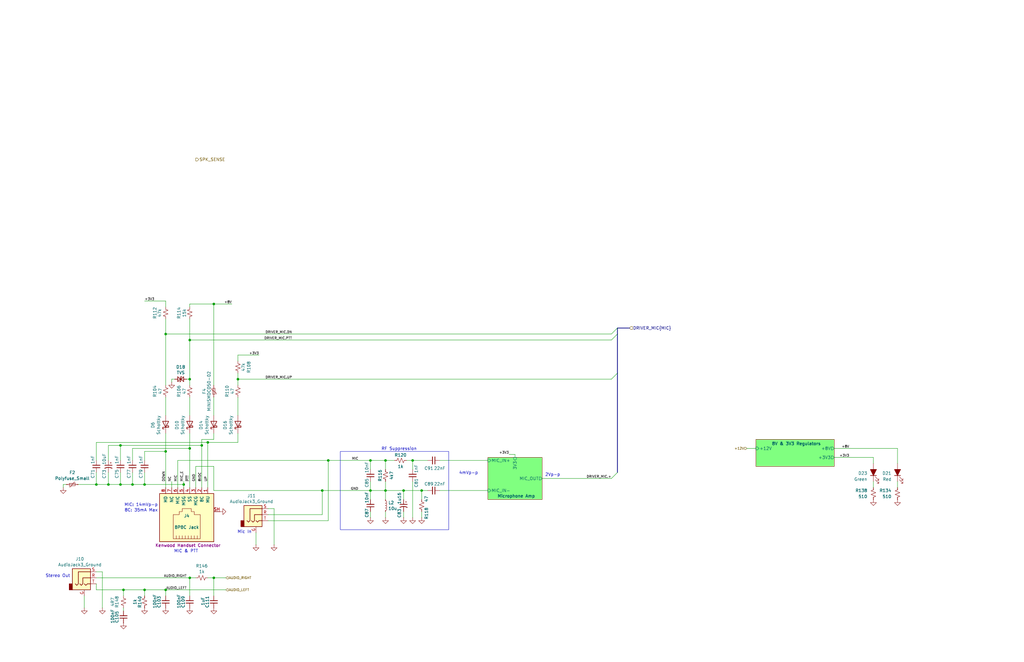
<source format=kicad_sch>
(kicad_sch (version 20250114) (generator "eeschema") (generator_version "9.0")
  (paper "B")
  (lib_symbols
    (symbol "Connector:8P8C_Shielded" (pin_names (offset 1.016))
      (property "Reference" "J1" (at 0 19.05 0))
      (property "Value" "8P8C Jack" (at 0 16.6257 0))
      (property "Name" "Kenwood Handset Connector" (at 0.254 14.6515 0))
      (symbol "8P8C_Shielded_0_1"
        (rectangle (start -12.7 12.7) (end 7.62 -10.16) (stroke (width 0.254)) (fill (type background)))
        (polyline (pts (xy -11.43 1.905) (xy -10.16 1.905) (xy -10.16 1.905)))
        (polyline (pts (xy -11.43 0.635) (xy -10.16 0.635) (xy -10.16 0.635)))
        (polyline (pts (xy -11.43 -0.635) (xy -10.16 -0.635) (xy -10.16 -0.635)))
        (polyline (pts (xy -11.43 -1.905) (xy -10.16 -1.905) (xy -10.16 -1.905)))
        (polyline (pts (xy -11.43 -3.175) (xy -10.16 -3.175) (xy -10.16 -3.175)))
        (polyline (pts (xy -11.43 -4.445) (xy -11.43 6.985) (xy -1.27 6.985) (xy -1.27 4.445) (xy 0 4.445) (xy 0 3.175) (xy 1.27 3.175) (xy 1.27 -0.635) (xy 0 -0.635) (xy 0 -1.905) (xy -1.27 -1.905) (xy -1.27 -4.445) (xy -11.43 -4.445) (xy -11.43 -4.445)))
        (polyline (pts (xy -10.16 5.715) (xy -11.43 5.715)))
        (polyline (pts (xy -10.16 4.445) (xy -11.43 4.445)))
        (polyline (pts (xy -10.16 3.175) (xy -11.43 3.175) (xy -11.43 3.175)))
      )
      (symbol "8P8C_Shielded_1_1"
        (pin passive line (at 0 -12.7 90) (length 2.54) (name "~") (number "SH"))
        (pin passive line (at 10.16 10.16 180) (length 2.54) (name "MD") (number "8"))
        (pin passive line (at 10.16 7.62 180) (length 2.54) (name "NC") (number "7"))
        (pin passive line (at 10.16 5.08 180) (length 2.54) (name "MIC") (number "6"))
        (pin passive line (at 10.16 2.54 180) (length 2.54) (name "MSG") (number "5"))
        (pin passive line (at 10.16 0 180) (length 2.54) (name "SS") (number "4"))
        (pin passive line (at 10.16 -2.54 180) (length 2.54) (name "MCG") (number "3"))
        (pin passive line (at 10.16 -5.08 180) (length 2.54) (name "8C") (number "2"))
        (pin passive line (at 10.16 -7.62 180) (length 2.54) (name "MU") (number "1"))
      )
    )
    (symbol "Connector_Audio:AudioJack3_Ground"
      (property "Reference" "J" (at 0 8.89 0))
      (property "Value" "AudioJack3_Ground" (at 0 6.35 0))
      (symbol "AudioJack3_Ground_0_1"
        (rectangle (start -5.08 -2.54) (end -6.35 -5.08) (stroke (width 0.254)) (fill (type outline)))
        (polyline (pts (xy -1.905 -2.54) (xy -1.27 -3.175) (xy -0.635 -2.54) (xy -0.635 0) (xy 2.54 0)) (stroke (width 0.254)))
        (polyline (pts (xy 0 -2.54) (xy 0.635 -3.175) (xy 1.27 -2.54) (xy 2.54 -2.54)) (stroke (width 0.254)))
        (rectangle (start 2.54 3.81) (end -5.08 -5.08) (stroke (width 0.254)) (fill (type background)))
        (polyline (pts (xy 2.54 2.54) (xy -2.54 2.54) (xy -2.54 -2.54) (xy -3.175 -3.175) (xy -3.81 -2.54)) (stroke (width 0.254)))
      )
      (symbol "AudioJack3_Ground_1_1"
        (pin passive line (at 0 -7.62 90) (length 2.54) (name "~") (number "G"))
        (pin passive line (at 5.08 2.54 180) (length 2.54) (name "~") (number "S"))
        (pin passive line (at 5.08 0 180) (length 2.54) (name "~") (number "R"))
        (pin passive line (at 5.08 -2.54 180) (length 2.54) (name "~") (number "T"))
      )
    )
    (symbol "Device:C_Polarized_Small_US" (pin_numbers (hide yes)) (pin_names (offset 0.254) (hide yes))
      (property "Reference" "C" (at 0.254 1.778 0))
      (property "Value" "C_Polarized_Small_US" (at 0.254 -2.032 0))
      (symbol "C_Polarized_Small_US_0_1"
        (polyline (pts (xy -1.524 0.508) (xy 1.524 0.508)) (stroke (width 0.3048)))
        (polyline (pts (xy -1.27 1.524) (xy -0.762 1.524)))
        (polyline (pts (xy -1.016 1.27) (xy -1.016 1.778)))
        (arc (start -1.524 -0.762) (mid 0 -0.3734) (end 1.524 -0.762) (stroke (width 0.3048)))
      )
      (symbol "C_Polarized_Small_US_1_1"
        (pin passive line (at 0 2.54 270) (length 2.032) (name "~") (number "1"))
        (pin passive line (at 0 -2.54 90) (length 2.032) (name "~") (number "2"))
      )
    )
    (symbol "Device:C_Small" (pin_numbers (hide yes)) (pin_names (offset 0.254) (hide yes))
      (property "Reference" "C" (at 0.254 1.778 0))
      (property "Value" "C_Small" (at 0.254 -2.032 0))
      (symbol "C_Small_0_1"
        (polyline (pts (xy -1.524 0.508) (xy 1.524 0.508)) (stroke (width 0.3048)))
        (polyline (pts (xy -1.524 -0.508) (xy 1.524 -0.508)) (stroke (width 0.3302)))
      )
      (symbol "C_Small_1_1"
        (pin passive line (at 0 2.54 270) (length 2.032) (name "~") (number "1"))
        (pin passive line (at 0 -2.54 90) (length 2.032) (name "~") (number "2"))
      )
    )
    (symbol "Device:D_Schottky" (pin_numbers (hide yes)) (pin_names (offset 1.016) (hide yes))
      (property "Reference" "D" (at 0 2.54 0))
      (property "Value" "D_Schottky" (at 0 -2.54 0))
      (symbol "D_Schottky_0_1"
        (polyline (pts (xy -1.905 0.635) (xy -1.905 1.27) (xy -1.27 1.27) (xy -1.27 -1.27) (xy -0.635 -1.27) (xy -0.635 -0.635)) (stroke (width 0.254)))
        (polyline (pts (xy 1.27 1.27) (xy 1.27 -1.27) (xy -1.27 0) (xy 1.27 1.27)) (stroke (width 0.254)))
        (polyline (pts (xy 1.27 0) (xy -1.27 0)))
      )
      (symbol "D_Schottky_1_1"
        (pin passive line (at -3.81 0 0) (length 2.54) (name "K") (number "1"))
        (pin passive line (at 3.81 0 180) (length 2.54) (name "A") (number "2"))
      )
    )
    (symbol "Device:D_TVS_Small" (pin_numbers (hide yes)) (pin_names (offset 1.016) (hide yes))
      (property "Reference" "D" (at 0 2.54 0))
      (property "Value" "D_TVS_Small" (at 0 -2.54 0))
      (symbol "D_TVS_Small_0_1"
        (polyline (pts (xy -1.27 1.016) (xy -1.27 -1.016) (xy 1.27 1.016) (xy 1.27 -1.016) (xy -1.27 1.016)) (stroke (width 0.254)))
        (polyline (pts (xy -1.27 0) (xy 1.27 0)))
        (polyline (pts (xy 0.508 1.016) (xy 0 1.016) (xy 0 -1.016) (xy -0.508 -1.016)) (stroke (width 0.254)))
      )
      (symbol "D_TVS_Small_1_1"
        (pin passive line (at -2.54 0 0) (length 1.27) (name "A1") (number "1"))
        (pin passive line (at 2.54 0 180) (length 1.27) (name "A2") (number "2"))
      )
    )
    (symbol "Device:LED_Filled" (pin_numbers (hide yes)) (pin_names (offset 1.016) (hide yes))
      (property "Reference" "D" (at 0 2.54 0))
      (property "Value" "LED_Filled" (at 0 -2.54 0))
      (symbol "LED_Filled_0_1"
        (polyline (pts (xy -3.048 -0.762) (xy -4.572 -2.286) (xy -3.81 -2.286) (xy -4.572 -2.286) (xy -4.572 -1.524)))
        (polyline (pts (xy -1.778 -0.762) (xy -3.302 -2.286) (xy -2.54 -2.286) (xy -3.302 -2.286) (xy -3.302 -1.524)))
        (polyline (pts (xy -1.27 0) (xy 1.27 0)))
        (polyline (pts (xy -1.27 -1.27) (xy -1.27 1.27)) (stroke (width 0.254)))
        (polyline (pts (xy 1.27 -1.27) (xy 1.27 1.27) (xy -1.27 0) (xy 1.27 -1.27)) (stroke (width 0.254)) (fill (type outline)))
      )
      (symbol "LED_Filled_1_1"
        (pin passive line (at -3.81 0 0) (length 2.54) (name "K") (number "1"))
        (pin passive line (at 3.81 0 180) (length 2.54) (name "A") (number "2"))
      )
    )
    (symbol "Device:L_Small" (pin_numbers (hide yes)) (pin_names (offset 0.254) (hide yes))
      (property "Reference" "L" (at 0.762 1.016 0))
      (property "Value" "L_Small" (at 0.762 -1.016 0))
      (symbol "L_Small_0_1"
        (arc (start 0 2.032) (mid 0.5058 1.524) (end 0 1.016))
        (arc (start 0 1.016) (mid 0.5058 0.508) (end 0 0))
        (arc (start 0 0) (mid 0.5058 -0.508) (end 0 -1.016))
        (arc (start 0 -1.016) (mid 0.5058 -1.524) (end 0 -2.032))
      )
      (symbol "L_Small_1_1"
        (pin passive line (at 0 2.54 270) (length 0.508) (name "~") (number "1"))
        (pin passive line (at 0 -2.54 90) (length 0.508) (name "~") (number "2"))
      )
    )
    (symbol "Device:Polyfuse_Small" (pin_numbers (hide yes)) (pin_names (offset 0))
      (property "Reference" "F" (at -1.905 0 90))
      (property "Value" "Polyfuse_Small" (at 1.905 0 90))
      (symbol "Polyfuse_Small_0_1"
        (polyline (pts (xy -1.016 1.27) (xy -1.016 0.762) (xy 1.016 -0.762) (xy 1.016 -1.27)))
        (rectangle (start -0.508 1.27) (end 0.508 -1.27))
        (polyline (pts (xy 0 2.54) (xy 0 -2.54)))
      )
      (symbol "Polyfuse_Small_1_1"
        (pin passive line (at 0 2.54 270) (length 0.635) (name "~") (number "1"))
        (pin passive line (at 0 -2.54 90) (length 0.635) (name "~") (number "2"))
      )
    )
    (symbol "Device:R_Small_US" (pin_numbers (hide yes)) (pin_names (offset 0.254) (hide yes))
      (property "Reference" "R" (at 0.762 0.508 0))
      (property "Value" "R_Small_US" (at 0.762 -1.016 0))
      (symbol "R_Small_US_1_1"
        (polyline (pts (xy 0 1.524) (xy 1.016 1.143) (xy 0 0.762) (xy -1.016 0.381) (xy 0 0)))
        (polyline (pts (xy 0 0) (xy 1.016 -0.381) (xy 0 -0.762) (xy -1.016 -1.143) (xy 0 -1.524)))
        (pin passive line (at 0 2.54 270) (length 1.016) (name "~") (number "1"))
        (pin passive line (at 0 -2.54 90) (length 1.016) (name "~") (number "2"))
      )
    )
    (symbol "power:GND" (power) (pin_numbers (hide yes)) (pin_names (offset 0) (hide yes))
      (property "Value" "GND" (at 0 -3.81 0))
      (symbol "GND_0_1"
        (polyline (pts (xy 0 0) (xy 0 -1.27) (xy 1.27 -1.27) (xy 0 -2.54) (xy -1.27 -1.27) (xy 0 -1.27)))
      )
      (symbol "GND_1_1"
        (pin power_in line (at 0 0 270) (length 0) (name "~") (number "1"))
      )
    )
  )
  (rectangle (start 143.51 190.5) (end 189.23 223.52))
  (text "Stereo Out" (at 24.384 243.078 0) (effects (font (size 1.27 1.27))))
  (text "4mVp-p" (at 193.548 200.406 0) (effects (font (size 1.27 1.27)) (justify left bottom)))
  (text "MIC: 14mVp-p" (at 66.548 213.868 0) (effects (font (size 1.27 1.27)) (justify right bottom)))
  (text "RF Suppression" (at 160.782 190.246 0) (effects (font (size 1.27 1.27)) (justify left bottom)))
  (text "MIC & PTT" (at 78.486 232.664 0) (effects (font (size 1.27 1.27))))
  (text "8C: 35mA Max" (at 66.548 216.154 0) (effects (font (size 1.27 1.27)) (justify right bottom)))
  (text "Mic In" (at 103.124 224.536 0) (effects (font (size 1.27 1.27))))
  (text "2Vp-p" (at 229.87 201.168 0) (effects (font (size 1.27 1.27)) (justify left bottom)))
  (junction (at 40.64 204.47))
  (junction (at 162.56 207.01))
  (junction (at 173.99 194.31))
  (junction (at 138.43 194.31))
  (junction (at 60.96 204.47))
  (junction (at 52.07 248.92))
  (junction (at 50.8 187.96))
  (junction (at 80.01 160.02))
  (junction (at 77.47 204.47))
  (junction (at 69.85 190.5))
  (junction (at 69.85 248.92))
  (junction (at 45.72 204.47))
  (junction (at 100.33 160.02))
  (junction (at 162.56 194.31))
  (junction (at 156.21 207.01))
  (junction (at 90.17 128.27))
  (junction (at 55.88 204.47))
  (junction (at 85.09 187.96))
  (junction (at 90.17 243.84))
  (junction (at 80.01 243.84))
  (junction (at 80.01 189.23))
  (junction (at 87.63 186.69))
  (junction (at 50.8 204.47))
  (junction (at 69.85 140.97))
  (junction (at 177.8 207.01))
  (junction (at 80.01 143.51))
  (junction (at 156.21 194.31))
  (junction (at 135.89 207.01))
  (junction (at 170.18 207.01))
  (junction (at 60.96 248.92))
  (bus_entry (at 260.35 140.97) (size -2.54 2.54))
  (bus_entry (at 260.35 138.43) (size -2.54 2.54))
  (bus_entry (at 260.35 199.39) (size -2.54 2.54))
  (bus_entry (at 260.35 157.48) (size -2.54 2.54))
  (wire (pts (xy 45.72 199.39) (xy 45.72 204.47)))
  (wire (pts (xy 52.07 257.81) (xy 52.07 256.54)))
  (wire (pts (xy 100.33 157.48) (xy 100.33 160.02)))
  (wire (pts (xy 100.33 186.69) (xy 100.33 182.88)))
  (wire (pts (xy 80.01 143.51) (xy 80.01 160.02)))
  (wire (pts (xy 100.33 160.02) (xy 257.81 160.02)))
  (wire (pts (xy 52.07 251.46) (xy 52.07 248.92)))
  (wire (pts (xy 113.03 214.63) (xy 115.57 214.63)))
  (wire (pts (xy 74.93 194.31) (xy 74.93 205.74)))
  (wire (pts (xy 52.07 248.92) (xy 60.96 248.92)))
  (bus (pts (xy 260.35 140.97) (xy 260.35 157.48)))
  (wire (pts (xy 351.79 193.04) (xy 368.3 193.04)))
  (wire (pts (xy 162.56 194.31) (xy 166.37 194.31)))
  (wire (pts (xy 60.96 204.47) (xy 77.47 204.47)))
  (wire (pts (xy 80.01 143.51) (xy 257.81 143.51)))
  (wire (pts (xy 55.88 204.47) (xy 50.8 204.47)))
  (wire (pts (xy 107.95 224.79) (xy 107.95 229.87)))
  (wire (pts (xy 177.8 207.01) (xy 180.34 207.01)))
  (wire (pts (xy 43.18 241.3) (xy 43.18 256.54)))
  (wire (pts (xy 60.96 204.47) (xy 55.88 204.47)))
  (wire (pts (xy 85.09 187.96) (xy 50.8 187.96)))
  (wire (pts (xy 72.39 160.02) (xy 73.66 160.02)))
  (wire (pts (xy 80.01 128.27) (xy 80.01 129.54)))
  (wire (pts (xy 80.01 134.62) (xy 80.01 143.51)))
  (wire (pts (xy 45.72 204.47) (xy 40.64 204.47)))
  (wire (pts (xy 60.96 190.5) (xy 69.85 190.5)))
  (wire (pts (xy 177.8 210.82) (xy 177.8 207.01)))
  (wire (pts (xy 77.47 205.74) (xy 77.47 204.47)))
  (wire (pts (xy 77.47 203.2) (xy 77.47 204.47)))
  (bus (pts (xy 260.35 138.43) (xy 265.43 138.43)))
  (wire (pts (xy 60.96 248.92) (xy 60.96 251.46)))
  (wire (pts (xy 177.8 215.9) (xy 177.8 218.44)))
  (wire (pts (xy 82.55 196.85) (xy 82.55 205.74)))
  (wire (pts (xy 170.18 207.01) (xy 177.8 207.01)))
  (wire (pts (xy 60.96 248.92) (xy 69.85 248.92)))
  (wire (pts (xy 60.96 199.39) (xy 60.96 204.47)))
  (wire (pts (xy 156.21 203.2) (xy 156.21 207.01)))
  (wire (pts (xy 100.33 149.86) (xy 100.33 152.4)))
  (wire (pts (xy 85.09 185.42) (xy 90.17 185.42)))
  (wire (pts (xy 162.56 207.01) (xy 170.18 207.01)))
  (wire (pts (xy 40.64 243.84) (xy 80.01 243.84)))
  (wire (pts (xy 78.74 160.02) (xy 80.01 160.02)))
  (wire (pts (xy 314.96 189.23) (xy 318.77 189.23)))
  (wire (pts (xy 55.88 199.39) (xy 55.88 204.47)))
  (wire (pts (xy 90.17 128.27) (xy 90.17 162.56)))
  (wire (pts (xy 135.89 217.17) (xy 135.89 207.01)))
  (wire (pts (xy 156.21 207.01) (xy 162.56 207.01)))
  (wire (pts (xy 40.64 246.38) (xy 40.64 248.92)))
  (wire (pts (xy 55.88 189.23) (xy 55.88 194.31)))
  (wire (pts (xy 80.01 251.46) (xy 80.01 243.84)))
  (wire (pts (xy 85.09 187.96) (xy 85.09 185.42)))
  (wire (pts (xy 170.18 207.01) (xy 170.18 210.82)))
  (wire (pts (xy 69.85 248.92) (xy 95.25 248.92)))
  (wire (pts (xy 69.85 182.88) (xy 69.85 190.5)))
  (wire (pts (xy 162.56 203.2) (xy 162.56 207.01)))
  (wire (pts (xy 69.85 140.97) (xy 257.81 140.97)))
  (wire (pts (xy 90.17 243.84) (xy 87.63 243.84)))
  (wire (pts (xy 87.63 186.69) (xy 40.64 186.69)))
  (wire (pts (xy 40.64 199.39) (xy 40.64 204.47)))
  (bus (pts (xy 260.35 138.43) (xy 260.35 140.97)))
  (wire (pts (xy 97.79 128.27) (xy 90.17 128.27)))
  (wire (pts (xy 113.03 217.17) (xy 135.89 217.17)))
  (wire (pts (xy 100.33 149.86) (xy 109.22 149.86)))
  (wire (pts (xy 100.33 167.64) (xy 100.33 175.26)))
  (wire (pts (xy 85.09 187.96) (xy 85.09 205.74)))
  (wire (pts (xy 69.85 190.5) (xy 69.85 205.74)))
  (wire (pts (xy 60.96 127) (xy 69.85 127)))
  (wire (pts (xy 162.56 198.12) (xy 162.56 194.31)))
  (wire (pts (xy 72.39 203.2) (xy 72.39 205.74)))
  (wire (pts (xy 100.33 160.02) (xy 100.33 162.56)))
  (wire (pts (xy 156.21 198.12) (xy 156.21 194.31)))
  (wire (pts (xy 50.8 187.96) (xy 50.8 194.31)))
  (wire (pts (xy 45.72 187.96) (xy 45.72 194.31)))
  (wire (pts (xy 69.85 140.97) (xy 69.85 162.56)))
  (wire (pts (xy 60.96 190.5) (xy 60.96 194.31)))
  (wire (pts (xy 35.56 251.46) (xy 35.56 256.54)))
  (wire (pts (xy 171.45 194.31) (xy 173.99 194.31)))
  (wire (pts (xy 69.85 248.92) (xy 69.85 251.46)))
  (wire (pts (xy 80.01 243.84) (xy 82.55 243.84)))
  (wire (pts (xy 115.57 214.63) (xy 115.57 229.87)))
  (wire (pts (xy 173.99 203.2) (xy 173.99 218.44)))
  (wire (pts (xy 156.21 207.01) (xy 156.21 210.82)))
  (wire (pts (xy 217.17 191.77) (xy 217.17 193.04)))
  (wire (pts (xy 378.46 203.2) (xy 378.46 205.74)))
  (wire (pts (xy 80.01 182.88) (xy 80.01 189.23)))
  (wire (pts (xy 90.17 243.84) (xy 95.25 243.84)))
  (wire (pts (xy 368.3 195.58) (xy 368.3 193.04)))
  (wire (pts (xy 40.64 186.69) (xy 40.64 194.31)))
  (wire (pts (xy 185.42 207.01) (xy 205.74 207.01)))
  (wire (pts (xy 173.99 194.31) (xy 173.99 198.12)))
  (wire (pts (xy 74.93 194.31) (xy 138.43 194.31)))
  (wire (pts (xy 351.79 189.23) (xy 378.46 189.23)))
  (wire (pts (xy 80.01 128.27) (xy 90.17 128.27)))
  (wire (pts (xy 50.8 187.96) (xy 45.72 187.96)))
  (wire (pts (xy 26.67 205.74) (xy 26.67 204.47)))
  (wire (pts (xy 80.01 160.02) (xy 80.01 162.56)))
  (wire (pts (xy 82.55 196.85) (xy 90.17 196.85)))
  (wire (pts (xy 162.56 215.9) (xy 162.56 218.44)))
  (wire (pts (xy 40.64 204.47) (xy 33.02 204.47)))
  (wire (pts (xy 50.8 199.39) (xy 50.8 204.47)))
  (wire (pts (xy 40.64 248.92) (xy 52.07 248.92)))
  (wire (pts (xy 90.17 167.64) (xy 90.17 175.26)))
  (wire (pts (xy 69.85 134.62) (xy 69.85 140.97)))
  (wire (pts (xy 80.01 167.64) (xy 80.01 175.26)))
  (wire (pts (xy 26.67 204.47) (xy 27.94 204.47)))
  (wire (pts (xy 368.3 203.2) (xy 368.3 205.74)))
  (wire (pts (xy 156.21 215.9) (xy 156.21 218.44)))
  (wire (pts (xy 40.64 241.3) (xy 43.18 241.3)))
  (wire (pts (xy 90.17 207.01) (xy 135.89 207.01)))
  (wire (pts (xy 162.56 207.01) (xy 162.56 210.82)))
  (wire (pts (xy 72.39 160.02) (xy 72.39 161.29)))
  (wire (pts (xy 87.63 186.69) (xy 100.33 186.69)))
  (wire (pts (xy 170.18 215.9) (xy 170.18 218.44)))
  (wire (pts (xy 69.85 167.64) (xy 69.85 175.26)))
  (wire (pts (xy 90.17 196.85) (xy 90.17 207.01)))
  (wire (pts (xy 162.56 194.31) (xy 156.21 194.31)))
  (wire (pts (xy 378.46 195.58) (xy 378.46 189.23)))
  (wire (pts (xy 50.8 204.47) (xy 45.72 204.47)))
  (wire (pts (xy 228.6 201.93) (xy 257.81 201.93)))
  (wire (pts (xy 87.63 186.69) (xy 87.63 205.74)))
  (wire (pts (xy 113.03 219.71) (xy 138.43 219.71)))
  (wire (pts (xy 138.43 194.31) (xy 156.21 194.31)))
  (bus (pts (xy 260.35 157.48) (xy 260.35 199.39)))
  (wire (pts (xy 80.01 189.23) (xy 80.01 205.74)))
  (wire (pts (xy 69.85 127) (xy 69.85 129.54)))
  (wire (pts (xy 138.43 219.71) (xy 138.43 194.31)))
  (wire (pts (xy 90.17 251.46) (xy 90.17 243.84)))
  (wire (pts (xy 217.17 191.77) (xy 214.63 191.77)))
  (wire (pts (xy 173.99 194.31) (xy 180.34 194.31)))
  (wire (pts (xy 80.01 189.23) (xy 55.88 189.23)))
  (wire (pts (xy 185.42 194.31) (xy 205.74 194.31)))
  (wire (pts (xy 135.89 207.01) (xy 156.21 207.01)))
  (wire (pts (xy 90.17 185.42) (xy 90.17 182.88)))
  (label "DRIVER_MIC.DN" (at 123.19 140.97 180) (effects (font (size 1 1))))
  (label "+3V3" (at 109.22 149.86 180) (effects (font (size 1 1))))
  (label "GND" (at 82.55 203.2 90) (effects (font (size 1 1))))
  (label "+3V3" (at 60.96 127 0) (effects (font (size 1 1))))
  (label "MIC" (at 151.13 194.31 180) (effects (font (size 1 1))))
  (label "DRIVER_MIC.+" (at 257.81 201.93 180) (effects (font (size 1 1))))
  (label "AUDIO_RIGHT" (at 78.74 243.84 180) (effects (font (size 1 1))))
  (label "MIC" (at 74.93 203.2 90) (effects (font (size 1 1))))
  (label "DRIVER_MIC.UP" (at 123.19 160.02 180) (effects (font (size 1 1))))
  (label "+3V3" (at 358.14 193.04 180) (effects (font (size 1 1))))
  (label "DOWN" (at 69.85 203.2 90) (effects (font (size 1 1))))
  (label "+8V" (at 358.14 189.23 180) (effects (font (size 1 1))))
  (label "DRIVER_MIC.PTT" (at 123.19 143.51 180) (effects (font (size 1 1))))
  (label "MIC_E" (at 77.47 203.2 90) (effects (font (size 1 1))))
  (label "GND" (at 151.13 207.01 180) (effects (font (size 1 1))))
  (label "NC" (at 72.39 203.2 90) (effects (font (size 1 1))))
  (label "UP" (at 87.63 203.2 90) (effects (font (size 1 1))))
  (label "AUDIO_LEFT" (at 78.74 248.92 180) (effects (font (size 1 1))))
  (label "+3V3" (at 214.63 191.77 180) (effects (font (size 1 1))))
  (label "8VDC" (at 85.09 203.2 90) (effects (font (size 1 1))))
  (label "~{PTT}" (at 80.01 203.2 90) (effects (font (size 1 1))))
  (label "+8V" (at 97.79 128.27 180) (effects (font (size 1 1))))
  (hierarchical_label "AUDIO_LEFT" (shape input) (at 95.25 248.92 0) (effects (font (size 1 1))))
  (hierarchical_label "+12V" (shape input) (at 314.96 189.23 180) (effects (font (size 1 1))))
  (hierarchical_label "AUDIO_RIGHT" (shape input) (at 95.25 243.84 0) (effects (font (size 1 1))))
  (hierarchical_label "SPK_SENSE" (shape output) (at 82.55 67.31 0))
  (hierarchical_label "DRIVER_MIC{MIC}" (shape input) (at 265.43 138.43 0))
  (symbol (lib_id "Device:C_Small") (at 50.8 196.85 180) (unit 1)
    (property "Reference" "C75" (at 49.276 201.93 90) (effects (justify right)))
    (property "Value" "1nF" (at 49.276 195.834 90) (effects (justify right)))
    (property "Description" "Unpolarized capacitor, small symbol" (effects (hide yes)))
    (instances (project "PilotAudioPanel" (path "" (reference "C75") (unit 1)) (path "" (reference "C76") (unit 1))))
  )
  (symbol (lib_id "Device:R_Small_US") (at 177.8 213.36 0) (unit 1)
    (property "Reference" "R118" (at 179.832 216.662 90))
    (property "Value" "47" (at 179.832 210.566 90))
    (property "Description" "Resistor, small US symbol" (effects (hide yes)))
    (instances (project "PilotAudioPanel" (path "" (reference "R118") (unit 1)) (path "" (reference "R119") (unit 1))))
  )
  (symbol (lib_id "Connector_Audio:AudioJack3_Ground") (at 107.95 217.17 0) (unit 1)
    (property "Reference" "J11" (at 106.045 209.2155 0))
    (property "Value" "AudioJack3_Ground" (at 106.045 211.6398 0))
    (property "Description" "Audio Jack, 3 Poles (Stereo / TRS), Grounded Sleeve" (effects (hide yes)))
    (instances (project "PilotAudioPanel" (path "" (reference "J11") (unit 1)) (path "" (reference "J24") (unit 1))))
  )
  (symbol (lib_id "power:GND") (at 60.96 256.54 0) (unit 1)
    (property "Reference" "#PWR0241" (effects (hide yes)))
    (property "Value" "GND" (effects (hide yes)))
    (property "Description" "Power symbol creates a global label with name \"GND\" , ground" (effects (hide yes)))
    (instances (project "PilotAudioPanel" (path "" (reference "#PWR0241") (unit 1)) (path "" (reference "#PWR0242") (unit 1))))
  )
  (symbol (lib_id "Device:Polyfuse_Small") (at 30.48 204.47 270) (unit 1)
    (property "Reference" "F2" (at 30.48 199.4365 90))
    (property "Value" "Polyfuse_Small" (at 30.48 201.8608 90))
    (property "Description" "Resettable fuse, polymeric positive temperature coefficient, small symbol" (effects (hide yes)))
    (instances (project "PilotAudioPanel" (path "" (reference "F2") (unit 1)) (path "" (reference "F3") (unit 1))))
  )
  (symbol (lib_id "Device:D_Schottky") (at 80.01 179.07 90) (unit 1)
    (property "Reference" "D10" (at 74.5955 179.3875 0))
    (property "Value" "Schottky" (at 77.0198 179.3875 0))
    (property "Description" "Schottky diode" (effects (hide yes)))
    (instances (project "PilotAudioPanel" (path "" (reference "D10") (unit 1)) (path "" (reference "D13") (unit 1))))
  )
  (symbol (lib_id "Device:R_Small_US") (at 80.01 132.08 0) (mirror x) (unit 1)
    (property "Reference" "R114" (at 75.438 132.08 90))
    (property "Value" "15k" (at 77.724 132.08 90))
    (property "Description" "Resistor, small US symbol" (effects (hide yes)))
    (instances (project "PilotAudioPanel" (path "" (reference "R114") (unit 1)) (path "" (reference "R115") (unit 1))))
  )
  (symbol (lib_id "Device:R_Small_US") (at 100.33 165.1 0) (unit 1)
    (property "Reference" "R110" (at 95.758 165.1 90))
    (property "Value" "47" (at 98.044 165.1 90))
    (property "Description" "Resistor, small US symbol" (effects (hide yes)))
    (instances (project "PilotAudioPanel" (path "" (reference "R110") (unit 1)) (path "" (reference "R111") (unit 1))))
  )
  (symbol (lib_id "power:GND") (at 69.85 256.54 0) (unit 1)
    (property "Reference" "#PWR0249" (effects (hide yes)))
    (property "Value" "GND" (effects (hide yes)))
    (property "Description" "Power symbol creates a global label with name \"GND\" , ground" (effects (hide yes)))
    (instances (project "PilotAudioPanel" (path "" (reference "#PWR0249") (unit 1)) (path "" (reference "#PWR0250") (unit 1))))
  )
  (symbol (lib_id "Device:C_Small") (at 156.21 200.66 180) (unit 1)
    (property "Reference" "C85" (at 154.686 205.74 90) (effects (justify right)))
    (property "Value" "10nF" (at 154.686 199.644 90) (effects (justify right)))
    (property "Description" "Unpolarized capacitor, small symbol" (effects (hide yes)))
    (instances (project "PilotAudioPanel" (path "" (reference "C85") (unit 1)) (path "" (reference "C86") (unit 1))))
  )
  (symbol (lib_id "Connector_Audio:AudioJack3_Ground") (at 35.56 243.84 0) (unit 1)
    (property "Reference" "J10" (at 33.655 235.8855 0))
    (property "Value" "AudioJack3_Ground" (at 33.655 238.3098 0))
    (property "Description" "Audio Jack, 3 Poles (Stereo / TRS), Grounded Sleeve" (effects (hide yes)))
    (instances (project "PilotAudioPanel" (path "" (reference "J10") (unit 1)) (path "" (reference "J20") (unit 1))))
  )
  (symbol (lib_id "power:GND") (at 90.17 256.54 0) (mirror y) (unit 1)
    (property "Reference" "#PWR0245" (effects (hide yes)))
    (property "Value" "GND" (effects (hide yes)))
    (property "Description" "Power symbol creates a global label with name \"GND\" , ground" (effects (hide yes)))
    (instances (project "PilotAudioPanel" (path "" (reference "#PWR0245") (unit 1)) (path "" (reference "#PWR0248") (unit 1))))
  )
  (symbol (lib_id "Device:D_Schottky") (at 100.33 179.07 90) (unit 1)
    (property "Reference" "D16" (at 94.9155 179.3875 0))
    (property "Value" "Schottky" (at 97.3398 179.3875 0))
    (property "Description" "Schottky diode" (effects (hide yes)))
    (instances (project "PilotAudioPanel" (path "" (reference "D16") (unit 1)) (path "" (reference "D17") (unit 1))))
  )
  (symbol (lib_id "Device:LED_Filled") (at 378.46 199.39 90) (unit 1)
    (property "Reference" "D21" (at 375.92 199.7074 90) (effects (justify left)))
    (property "Value" "Red" (at 375.92 202.2474 90) (effects (justify left)))
    (property "Footprint" "LED_THT:LED_D5.0mm" (effects (hide yes)))
    (property "Description" "Light emitting diode, filled shape" (effects (hide yes)))
    (property "DigiKey Part Number" "732-5016-ND" (effects (hide yes)))
    (instances (project "PilotAudioPanel" (path "" (reference "D21") (unit 1)) (path "" (reference "D22") (unit 1))))
  )
  (symbol (lib_id "Device:R_Small_US") (at 162.56 200.66 0) (unit 1)
    (property "Reference" "R116" (at 160.274 200.66 90))
    (property "Value" "4k7" (at 165.1 200.66 90))
    (property "Description" "Resistor, small US symbol" (effects (hide yes)))
    (instances (project "PilotAudioPanel" (path "" (reference "R116") (unit 1)) (path "" (reference "R117") (unit 1))))
  )
  (symbol (lib_id "power:GND") (at 378.46 210.82 0) (mirror y) (unit 1)
    (property "Reference" "#PWR0198" (effects (hide yes)))
    (property "Value" "GND" (effects (hide yes)))
    (property "Description" "Power symbol creates a global label with name \"GND\" , ground" (effects (hide yes)))
    (instances (project "PilotAudioPanel" (path "" (reference "#PWR0198") (unit 1)) (path "" (reference "#PWR0199") (unit 1))))
  )
  (symbol (lib_id "Device:R_Small_US") (at 60.96 254 0) (mirror y) (unit 1)
    (property "Reference" "R140" (at 58.928 254 90))
    (property "Value" "1k" (at 56.896 254 90))
    (property "Description" "Resistor, small US symbol" (effects (hide yes)))
    (instances (project "PilotAudioPanel" (path "" (reference "R140") (unit 1)) (path "" (reference "R145") (unit 1))))
  )
  (symbol (lib_id "Connector:8P8C_Shielded") (at 80.01 215.9 90) (unit 1)
    (property "Reference" "J4" (at 78.74 217.678 90))
    (property "Value" "8P8C Jack" (at 78.74 222.504 90))
    (property "Description" "RJ connector, 8P8C (8 positions 8 connected), RJ31/RJ32/RJ33/RJ34/RJ35/RJ41/RJ45/RJ49/RJ61, Shielded" (effects (hide yes)))
    (property "Name" "Kenwood Handset Connector" (at 79.248 230.124 90))
    (instances (project "PilotAudioPanel" (path "" (reference "J4") (unit 1)) (path "" (reference "J7") (unit 1))))
  )
  (symbol (lib_id "Device:LED_Filled") (at 368.3 199.39 90) (unit 1)
    (property "Reference" "D23" (at 365.76 199.7074 90) (effects (justify left)))
    (property "Value" "Green" (at 365.76 202.2474 90) (effects (justify left)))
    (property "Footprint" "LED_THT:LED_D5.0mm" (effects (hide yes)))
    (property "Description" "Light emitting diode, filled shape" (effects (hide yes)))
    (property "DigiKey Part Number" "732-5016-ND" (effects (hide yes)))
    (instances (project "PilotAudioPanel" (path "" (reference "D23") (unit 1)) (path "" (reference "D24") (unit 1))))
  )
  (symbol (lib_id "Device:C_Small") (at 40.64 196.85 180) (unit 1)
    (property "Reference" "C71" (at 39.116 201.93 90) (effects (justify right)))
    (property "Value" "1nF" (at 39.116 195.834 90) (effects (justify right)))
    (property "Description" "Unpolarized capacitor, small symbol" (effects (hide yes)))
    (instances (project "PilotAudioPanel" (path "" (reference "C71") (unit 1)) (path "" (reference "C72") (unit 1))))
  )
  (symbol (lib_id "Device:R_Small_US") (at 69.85 132.08 180) (unit 1)
    (property "Reference" "R112" (at 65.278 132.08 90))
    (property "Value" "47k" (at 67.31 132.08 90))
    (property "Description" "Resistor, small US symbol" (effects (hide yes)))
    (instances (project "PilotAudioPanel" (path "" (reference "R112") (unit 1)) (path "" (reference "R113") (unit 1))))
  )
  (symbol (lib_id "power:GND") (at 35.56 256.54 0) (mirror y) (unit 1)
    (property "Reference" "#PWR0197" (effects (hide yes)))
    (property "Value" "GND" (effects (hide yes)))
    (property "Description" "Power symbol creates a global label with name \"GND\" , ground" (effects (hide yes)))
    (instances (project "PilotAudioPanel" (path "" (reference "#PWR0197") (unit 1)) (path "" (reference "#PWR0206") (unit 1))))
  )
  (symbol (lib_id "Device:R_Small_US") (at 368.3 208.28 0) (mirror x) (unit 1)
    (property "Reference" "R138" (at 365.76 207.0099 0) (effects (justify right)))
    (property "Value" "510" (at 365.76 209.5499 0) (effects (justify right)))
    (property "Footprint" "Resistor_SMD:R_0603_1608Metric_Pad0.98x0.95mm_HandSolder" (effects (hide yes)))
    (property "Description" "Resistor, small US symbol" (effects (hide yes)))
    (property "DigiKey Part Number" "311-510HRCT-ND" (effects (hide yes)))
    (instances (project "PilotAudioPanel" (path "" (reference "R138") (unit 1)) (path "" (reference "R141") (unit 1))))
  )
  (symbol (lib_id "power:GND") (at 72.39 161.29 0) (unit 1)
    (property "Reference" "#PWR0215" (effects (hide yes)))
    (property "Value" "GND" (effects (hide yes)))
    (property "Description" "Power symbol creates a global label with name \"GND\" , ground" (effects (hide yes)))
    (instances (project "PilotAudioPanel" (path "" (reference "#PWR0215") (unit 1)) (path "" (reference "#PWR0216") (unit 1))))
  )
  (symbol (lib_id "Device:R_Small_US") (at 52.07 254 180) (unit 1)
    (property "Reference" "R148" (at 49.276 254 90))
    (property "Value" "4R7" (at 47.498 254 90))
    (property "Description" "Resistor, small US symbol" (effects (hide yes)))
    (instances (project "PilotAudioPanel" (path "" (reference "R148") (unit 1)) (path "" (reference "R360") (unit 1))))
  )
  (symbol (lib_id "Device:R_Small_US") (at 85.09 243.84 90) (unit 1)
    (property "Reference" "R146" (at 85.09 238.8065 90))
    (property "Value" "1k" (at 85.09 241.2308 90))
    (property "Description" "Resistor, small US symbol" (effects (hide yes)))
    (instances (project "PilotAudioPanel" (path "" (reference "R146") (unit 1)) (path "" (reference "R147") (unit 1))))
  )
  (symbol (lib_id "Device:D_TVS_Small") (at 76.2 160.02 0) (unit 1)
    (property "Reference" "D18" (at 76.2 154.8595 0))
    (property "Value" "TVS" (at 76.2 157.2838 0))
    (property "Description" "Bidirectional transient-voltage-suppression diode, small symbol" (effects (hide yes)))
    (instances (project "PilotAudioPanel" (path "" (reference "D18") (unit 1)) (path "" (reference "D105") (unit 1))))
  )
  (symbol (lib_id "Device:C_Small") (at 182.88 194.31 270) (unit 1)
    (property "Reference" "C91" (at 180.848 197.612 90))
    (property "Value" "22nF" (at 185.42 197.612 90))
    (property "Description" "Unpolarized capacitor, small symbol" (effects (hide yes)))
    (instances (project "PilotAudioPanel" (path "" (reference "C91") (unit 1)) (path "" (reference "C102") (unit 1))))
  )
  (symbol (lib_id "power:GND") (at 26.67 205.74 0) (unit 1)
    (property "Reference" "#PWR0209" (effects (hide yes)))
    (property "Value" "GND" (effects (hide yes)))
    (property "Description" "Power symbol creates a global label with name \"GND\" , ground" (effects (hide yes)))
    (instances (project "PilotAudioPanel" (path "" (reference "#PWR0209") (unit 1)) (path "" (reference "#PWR0214") (unit 1))))
  )
  (symbol (lib_id "Device:C_Small") (at 173.99 200.66 0) (mirror x) (unit 1)
    (property "Reference" "C81" (at 175.514 205.74 90) (effects (justify right)))
    (property "Value" "1nF" (at 175.514 199.644 90) (effects (justify right)))
    (property "Description" "Unpolarized capacitor, small symbol" (effects (hide yes)))
    (instances (project "PilotAudioPanel" (path "" (reference "C81") (unit 1)) (path "" (reference "C82") (unit 1))))
  )
  (symbol (lib_id "power:GND") (at 170.18 218.44 0) (unit 1)
    (property "Reference" "#PWR0221" (effects (hide yes)))
    (property "Value" "GND" (effects (hide yes)))
    (property "Description" "Power symbol creates a global label with name \"GND\" , ground" (effects (hide yes)))
    (instances (project "PilotAudioPanel" (path "" (reference "#PWR0221") (unit 1)) (path "" (reference "#PWR0222") (unit 1))))
  )
  (symbol (lib_id "Device:C_Small") (at 80.01 254 180) (unit 1)
    (property "Reference" "C109" (at 77.216 254 90))
    (property "Value" "100nF" (at 75.438 253.746 90))
    (property "Description" "Unpolarized capacitor, small symbol" (effects (hide yes)))
    (instances (project "PilotAudioPanel" (path "" (reference "C109") (unit 1)) (path "" (reference "C110") (unit 1))))
  )
  (symbol (lib_id "Device:C_Polarized_Small_US") (at 170.18 213.36 0) (mirror y) (unit 1)
    (property "Reference" "C83" (at 168.402 214.63 90) (effects (justify right)))
    (property "Value" "1u16" (at 168.402 207.772 90) (effects (justify right)))
    (property "Description" "Polarized capacitor, small US symbol" (effects (hide yes)))
    (instances (project "PilotAudioPanel" (path "" (reference "C83") (unit 1)) (path "" (reference "C84") (unit 1))))
  )
  (symbol (lib_id "Device:C_Small") (at 156.21 213.36 180) (unit 1)
    (property "Reference" "C87" (at 154.686 218.44 90) (effects (justify right)))
    (property "Value" "10nF" (at 154.686 212.344 90) (effects (justify right)))
    (property "Description" "Unpolarized capacitor, small symbol" (effects (hide yes)))
    (instances (project "PilotAudioPanel" (path "" (reference "C87") (unit 1)) (path "" (reference "C88") (unit 1))))
  )
  (symbol (lib_id "Device:R_Small_US") (at 100.33 154.94 180) (unit 1)
    (property "Reference" "R108" (at 104.902 154.94 90))
    (property "Value" "47k" (at 102.616 154.94 90))
    (property "Description" "Resistor, small US symbol" (effects (hide yes)))
    (instances (project "PilotAudioPanel" (path "" (reference "R108") (unit 1)) (path "" (reference "R109") (unit 1))))
  )
  (symbol (lib_id "power:GND") (at 92.71 215.9 90) (unit 1)
    (property "Reference" "#PWR0195" (effects (hide yes)))
    (property "Value" "GND" (effects (hide yes)))
    (property "Description" "Power symbol creates a global label with name \"GND\" , ground" (effects (hide yes)))
    (instances (project "PilotAudioPanel" (path "" (reference "#PWR0195") (unit 1)) (path "" (reference "#PWR0196") (unit 1))))
  )
  (symbol (lib_id "Device:C_Small") (at 90.17 254 180) (unit 1)
    (property "Reference" "C111" (at 87.376 254 90))
    (property "Value" "1uF" (at 85.598 253.746 90))
    (property "Description" "Unpolarized capacitor, small symbol" (effects (hide yes)))
    (instances (project "PilotAudioPanel" (path "" (reference "C111") (unit 1)) (path "" (reference "C564") (unit 1))))
  )
  (symbol (lib_id "power:GND") (at 173.99 218.44 0) (unit 1)
    (property "Reference" "#PWR0225" (effects (hide yes)))
    (property "Value" "GND" (effects (hide yes)))
    (property "Description" "Power symbol creates a global label with name \"GND\" , ground" (effects (hide yes)))
    (instances (project "PilotAudioPanel" (path "" (reference "#PWR0225") (unit 1)) (path "" (reference "#PWR0226") (unit 1))))
  )
  (symbol (lib_id "Device:C_Polarized_Small_US") (at 45.72 196.85 0) (mirror y) (unit 1)
    (property "Reference" "C73" (at 43.942 198.12 90) (effects (justify right)))
    (property "Value" "10uF" (at 43.942 191.262 90) (effects (justify right)))
    (property "Description" "Polarized capacitor, small US symbol" (effects (hide yes)))
    (instances (project "PilotAudioPanel" (path "" (reference "C73") (unit 1)) (path "" (reference "C74") (unit 1))))
  )
  (symbol (lib_id "Device:D_Schottky") (at 90.17 179.07 90) (unit 1)
    (property "Reference" "D14" (at 84.7555 179.3875 0))
    (property "Value" "Schottky" (at 87.1798 179.3875 0))
    (property "Description" "Schottky diode" (effects (hide yes)))
    (instances (project "PilotAudioPanel" (path "" (reference "D14") (unit 1)) (path "" (reference "D15") (unit 1))))
  )
  (symbol (lib_id "power:GND") (at 162.56 218.44 0) (unit 1)
    (property "Reference" "#PWR0219" (effects (hide yes)))
    (property "Value" "GND" (effects (hide yes)))
    (property "Description" "Power symbol creates a global label with name \"GND\" , ground" (effects (hide yes)))
    (instances (project "PilotAudioPanel" (path "" (reference "#PWR0219") (unit 1)) (path "" (reference "#PWR0220") (unit 1))))
  )
  (symbol (lib_id "power:GND") (at 368.3 210.82 0) (mirror y) (unit 1)
    (property "Reference" "#PWR0200" (effects (hide yes)))
    (property "Value" "GND" (effects (hide yes)))
    (property "Description" "Power symbol creates a global label with name \"GND\" , ground" (effects (hide yes)))
    (instances (project "PilotAudioPanel" (path "" (reference "#PWR0200") (unit 1)) (path "" (reference "#PWR0201") (unit 1))))
  )
  (symbol (lib_id "Device:R_Small_US") (at 80.01 165.1 0) (unit 1)
    (property "Reference" "R106" (at 75.438 165.1 90))
    (property "Value" "47" (at 77.724 165.1 90))
    (property "Description" "Resistor, small US symbol" (effects (hide yes)))
    (instances (project "PilotAudioPanel" (path "" (reference "R106") (unit 1)) (path "" (reference "R107") (unit 1))))
  )
  (symbol (lib_id "Device:C_Small") (at 60.96 196.85 180) (unit 1)
    (property "Reference" "C79" (at 59.436 201.93 90) (effects (justify right)))
    (property "Value" "1nF" (at 59.436 195.834 90) (effects (justify right)))
    (property "Description" "Unpolarized capacitor, small symbol" (effects (hide yes)))
    (instances (project "PilotAudioPanel" (path "" (reference "C79") (unit 1)) (path "" (reference "C80") (unit 1))))
  )
  (symbol (lib_id "Device:C_Small") (at 182.88 207.01 270) (unit 1)
    (property "Reference" "C89" (at 180.848 204.216 90))
    (property "Value" "22nF" (at 185.42 204.216 90))
    (property "Description" "Unpolarized capacitor, small symbol" (effects (hide yes)))
    (instances (project "PilotAudioPanel" (path "" (reference "C89") (unit 1)) (path "" (reference "C90") (unit 1))))
  )
  (symbol (lib_id "Device:R_Small_US") (at 168.91 194.31 270) (unit 1)
    (property "Reference" "R120" (at 168.91 192.024 90))
    (property "Value" "1k" (at 168.91 196.85 90))
    (property "Description" "Resistor, small US symbol" (effects (hide yes)))
    (instances (project "PilotAudioPanel" (path "" (reference "R120") (unit 1)) (path "" (reference "R139") (unit 1))))
  )
  (symbol (lib_id "Device:C_Small") (at 55.88 196.85 180) (unit 1)
    (property "Reference" "C77" (at 54.356 201.93 90) (effects (justify right)))
    (property "Value" "1nF" (at 54.356 195.834 90) (effects (justify right)))
    (property "Description" "Unpolarized capacitor, small symbol" (effects (hide yes)))
    (instances (project "PilotAudioPanel" (path "" (reference "C77") (unit 1)) (path "" (reference "C78") (unit 1))))
  )
  (symbol (lib_id "power:GND") (at 80.01 256.54 0) (mirror y) (unit 1)
    (property "Reference" "#PWR0243" (effects (hide yes)))
    (property "Value" "GND" (effects (hide yes)))
    (property "Description" "Power symbol creates a global label with name \"GND\" , ground" (effects (hide yes)))
    (instances (project "PilotAudioPanel" (path "" (reference "#PWR0243") (unit 1)) (path "" (reference "#PWR0244") (unit 1))))
  )
  (symbol (lib_id "power:GND") (at 52.07 262.89 0) (unit 1)
    (property "Reference" "#PWR0251" (effects (hide yes)))
    (property "Value" "GND" (effects (hide yes)))
    (property "Description" "Power symbol creates a global label with name \"GND\" , ground" (effects (hide yes)))
    (instances (project "PilotAudioPanel" (path "" (reference "#PWR0251") (unit 1)) (path "" (reference "#PWR0728") (unit 1))))
  )
  (symbol (lib_id "Device:L_Small") (at 162.56 213.36 0) (unit 1)
    (property "Reference" "L2" (at 163.7008 212.1478 0) (effects (justify left)))
    (property "Value" "10u" (at 163.7008 214.5721 0) (effects (justify left)))
    (property "Description" "Inductor, small symbol" (effects (hide yes)))
    (instances (project "PilotAudioPanel" (path "" (reference "L2") (unit 1)) (path "" (reference "L25") (unit 1))))
  )
  (symbol (lib_id "power:GND") (at 107.95 229.87 0) (mirror y) (unit 1)
    (property "Reference" "#PWR0233" (effects (hide yes)))
    (property "Value" "GND" (effects (hide yes)))
    (property "Description" "Power symbol creates a global label with name \"GND\" , ground" (effects (hide yes)))
    (instances (project "PilotAudioPanel" (path "" (reference "#PWR0233") (unit 1)) (path "" (reference "#PWR0240") (unit 1))))
  )
  (symbol (lib_id "power:GND") (at 156.21 218.44 0) (unit 1)
    (property "Reference" "#PWR0217" (effects (hide yes)))
    (property "Value" "GND" (effects (hide yes)))
    (property "Description" "Power symbol creates a global label with name \"GND\" , ground" (effects (hide yes)))
    (instances (project "PilotAudioPanel" (path "" (reference "#PWR0217") (unit 1)) (path "" (reference "#PWR0218") (unit 1))))
  )
  (symbol (lib_id "power:GND") (at 115.57 229.87 0) (mirror y) (unit 1)
    (property "Reference" "#PWR0235" (effects (hide yes)))
    (property "Value" "GND" (effects (hide yes)))
    (property "Description" "Power symbol creates a global label with name \"GND\" , ground" (effects (hide yes)))
    (instances (project "PilotAudioPanel" (path "" (reference "#PWR0235") (unit 1)) (path "" (reference "#PWR0729") (unit 1))))
  )
  (symbol (lib_id "power:GND") (at 177.8 218.44 0) (unit 1)
    (property "Reference" "#PWR0223" (effects (hide yes)))
    (property "Value" "GND" (effects (hide yes)))
    (property "Description" "Power symbol creates a global label with name \"GND\" , ground" (effects (hide yes)))
    (instances (project "PilotAudioPanel" (path "" (reference "#PWR0223") (unit 1)) (path "" (reference "#PWR0224") (unit 1))))
  )
  (symbol (lib_id "Device:R_Small_US") (at 378.46 208.28 0) (mirror x) (unit 1)
    (property "Reference" "R134" (at 375.92 207.0099 0) (effects (justify right)))
    (property "Value" "510" (at 375.92 209.5499 0) (effects (justify right)))
    (property "Footprint" "Resistor_SMD:R_0603_1608Metric_Pad0.98x0.95mm_HandSolder" (effects (hide yes)))
    (property "Description" "Resistor, small US symbol" (effects (hide yes)))
    (property "DigiKey Part Number" "311-510HRCT-ND" (effects (hide yes)))
    (instances (project "PilotAudioPanel" (path "" (reference "R134") (unit 1)) (path "" (reference "R136") (unit 1))))
  )
  (symbol (lib_id "Device:Polyfuse_Small") (at 90.17 165.1 0) (unit 1)
    (property "Reference" "F4" (at 86.106 165.1 90))
    (property "Value" "MINISMDC050-02" (at 88.138 165.1 90))
    (property "Description" "Resettable fuse, polymeric positive temperature coefficient, small symbol" (effects (hide yes)))
    (instances (project "PilotAudioPanel" (path "" (reference "F4") (unit 1)) (path "" (reference "F12") (unit 1))))
  )
  (symbol (lib_id "Device:C_Small") (at 69.85 254 180) (unit 1)
    (property "Reference" "C103" (at 67.056 254 90))
    (property "Value" "100nF" (at 65.278 253.746 90))
    (property "Description" "Unpolarized capacitor, small symbol" (effects (hide yes)))
    (instances (project "PilotAudioPanel" (path "" (reference "C103") (unit 1)) (path "" (reference "C104") (unit 1))))
  )
  (symbol (lib_id "Device:D_Schottky") (at 69.85 179.07 90) (unit 1)
    (property "Reference" "D6" (at 64.4355 179.3875 0))
    (property "Value" "Schottky" (at 66.8598 179.3875 0))
    (property "Description" "Schottky diode" (effects (hide yes)))
    (instances (project "PilotAudioPanel" (path "" (reference "D6") (unit 1)) (path "" (reference "D9") (unit 1))))
  )
  (symbol (lib_id "Device:R_Small_US") (at 69.85 165.1 0) (unit 1)
    (property "Reference" "R104" (at 65.278 165.1 90))
    (property "Value" "47" (at 67.564 165.1 90))
    (property "Description" "Resistor, small US symbol" (effects (hide yes)))
    (instances (project "PilotAudioPanel" (path "" (reference "R104") (unit 1)) (path "" (reference "R105") (unit 1))))
  )
  (symbol (lib_id "power:GND") (at 43.18 256.54 0) (mirror y) (unit 1)
    (property "Reference" "#PWR0207" (effects (hide yes)))
    (property "Value" "GND" (effects (hide yes)))
    (property "Description" "Power symbol creates a global label with name \"GND\" , ground" (effects (hide yes)))
    (instances (project "PilotAudioPanel" (path "" (reference "#PWR0207") (unit 1)) (path "" (reference "#PWR0208") (unit 1))))
  )
  (symbol (lib_id "Device:C_Small") (at 52.07 260.35 180) (unit 1)
    (property "Reference" "C105" (at 49.276 260.35 90))
    (property "Value" "100nF" (at 47.498 260.096 90))
    (property "Description" "Unpolarized capacitor, small symbol" (effects (hide yes)))
    (instances (project "PilotAudioPanel" (path "" (reference "C105") (unit 1)) (path "" (reference "C108") (unit 1))))
  )
  (sheet (at 205.74 193.04) (size 22.86 17.78) (stroke (width 0.1524)) (fill (color 128 255 128 1.0000))
    (property "Sheetname" "Microphone Amp" (at 217.678 209.296 0) (effects (font (thickness 0.254) (bold yes))))
    (property "Sheetfile" "MicAmp.kicad_sch" (effects (hide yes)))
    (pin "3V3" input (at 217.17 193.04 90))
    (pin "MIC_OUT" output (at 228.6 201.93 0))
    (pin "MIC_IN+" input (at 205.74 194.31 180))
    (pin "MIC_IN-" input (at 205.74 207.01 180))
  )
  (sheet (at 318.77 185.42) (size 33.02 11.43) (stroke (width 0.1524)) (fill (color 128 255 128 1.0000))
    (property "Sheetname" "8V & 3V3 Regulators" (at 335.788 187.198 0) (effects (font (thickness 0.254) (bold yes))))
    (property "Sheetfile" "12-8-3Reg.kicad_sch" (effects (hide yes)))
    (pin "+8V" output (at 351.79 189.23 0))
    (pin "+12V" input (at 318.77 189.23 180))
    (pin "+3V3" output (at 351.79 193.04 0))
  )
)
</source>
